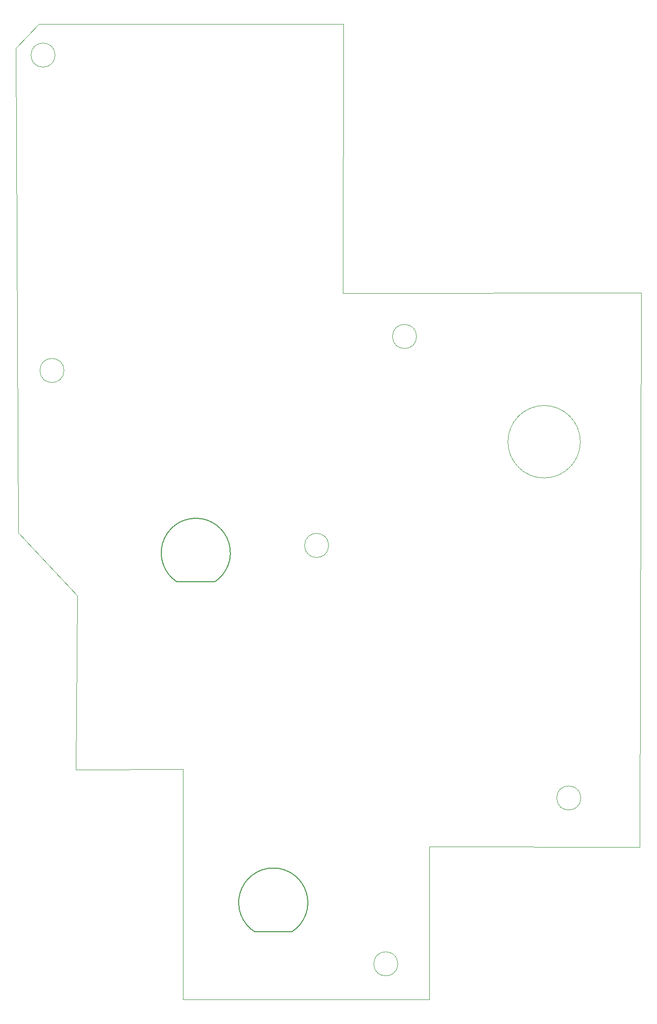
<source format=gbr>
%TF.GenerationSoftware,KiCad,Pcbnew,(5.1.6)-1*%
%TF.CreationDate,2020-11-25T14:24:20+11:00*%
%TF.ProjectId,DISP-EMC Panel PCB V1,44495350-2d45-44d4-9320-50616e656c20,rev?*%
%TF.SameCoordinates,Original*%
%TF.FileFunction,Profile,NP*%
%FSLAX46Y46*%
G04 Gerber Fmt 4.6, Leading zero omitted, Abs format (unit mm)*
G04 Created by KiCad (PCBNEW (5.1.6)-1) date 2020-11-25 14:24:20*
%MOMM*%
%LPD*%
G01*
G04 APERTURE LIST*
%TA.AperFunction,Profile*%
%ADD10C,0.050000*%
%TD*%
%TA.AperFunction,Profile*%
%ADD11C,0.200000*%
%TD*%
G04 APERTURE END LIST*
D10*
X154863800Y-56083200D02*
X102260400Y-56108600D01*
X154559000Y-153720800D02*
X154863800Y-56083200D01*
X117500400Y-153593800D02*
X154559000Y-153720800D01*
X117525800Y-180517800D02*
X117500400Y-153593800D01*
X74117200Y-180517800D02*
X117525800Y-180517800D01*
X74041000Y-139979400D02*
X74117200Y-180517800D01*
X55194200Y-140030200D02*
X74041000Y-139979400D01*
X55448200Y-109372400D02*
X55194200Y-140030200D01*
X45059600Y-98272600D02*
X55448200Y-109372400D01*
X44602400Y-12928600D02*
X45059600Y-98272600D01*
X48666400Y-8763000D02*
X44602400Y-12928600D01*
X102387400Y-8763000D02*
X48666400Y-8763000D01*
X102260400Y-56108600D02*
X102387400Y-8763000D01*
X51524622Y-14198600D02*
G75*
G03*
X51524622Y-14198600I-2121622J0D01*
G01*
X115253222Y-63754000D02*
G75*
G03*
X115253222Y-63754000I-2121622J0D01*
G01*
X99759222Y-100558600D02*
G75*
G03*
X99759222Y-100558600I-2121622J0D01*
G01*
X53099422Y-69748400D02*
G75*
G03*
X53099422Y-69748400I-2121622J0D01*
G01*
X144209222Y-145034000D02*
G75*
G03*
X144209222Y-145034000I-2121622J0D01*
G01*
X111951222Y-174244000D02*
G75*
G03*
X111951222Y-174244000I-2121622J0D01*
G01*
X144124102Y-82296000D02*
G75*
G03*
X144124102Y-82296000I-6379902J0D01*
G01*
D11*
X79669155Y-106967923D02*
X73011079Y-106970588D01*
X86663580Y-168565588D02*
G75*
G02*
X93321655Y-168562922I3326993J5108066D01*
G01*
X73011079Y-106970588D02*
G75*
G02*
X79669155Y-106967923I3326994J5108066D01*
G01*
X93321655Y-168562922D02*
X86663580Y-168565588D01*
M02*

</source>
